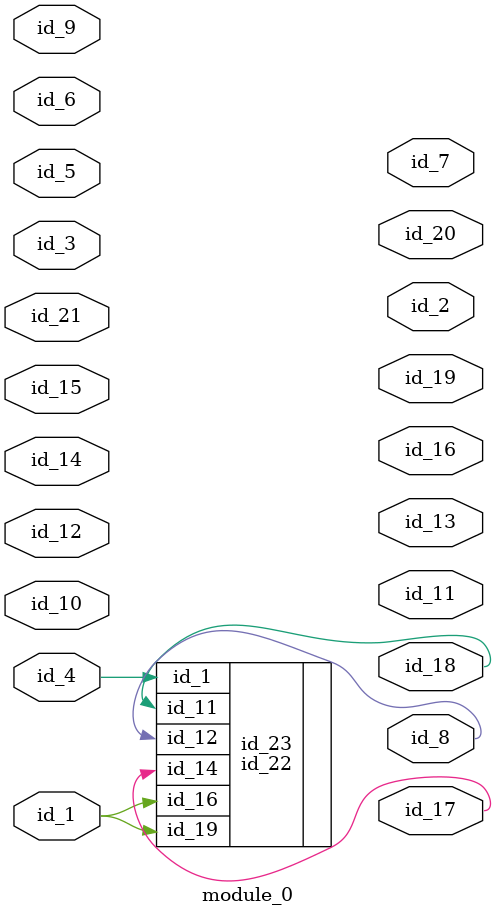
<source format=v>
module module_0 (
    id_1,
    id_2,
    id_3,
    id_4,
    id_5,
    id_6,
    id_7,
    id_8,
    id_9,
    id_10,
    id_11,
    id_12,
    id_13,
    id_14,
    id_15,
    id_16,
    id_17,
    id_18,
    id_19,
    id_20,
    id_21
);
  input id_21;
  output id_20;
  output id_19;
  output id_18;
  output id_17;
  output id_16;
  input id_15;
  input id_14;
  output id_13;
  input id_12;
  output id_11;
  input id_10;
  input id_9;
  output id_8;
  output id_7;
  input id_6;
  input id_5;
  input id_4;
  input id_3;
  output id_2;
  input id_1;
  id_22 id_23 (
      .id_14(id_17),
      .id_11(id_18),
      .id_16(id_1),
      .id_19(id_1),
      .id_1 (id_4),
      .id_12(id_8)
  );
endmodule

</source>
